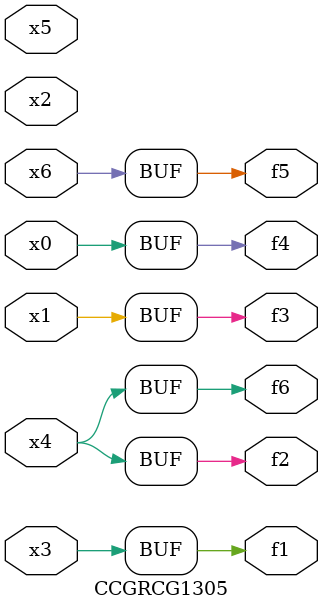
<source format=v>
module CCGRCG1305(
	input x0, x1, x2, x3, x4, x5, x6,
	output f1, f2, f3, f4, f5, f6
);
	assign f1 = x3;
	assign f2 = x4;
	assign f3 = x1;
	assign f4 = x0;
	assign f5 = x6;
	assign f6 = x4;
endmodule

</source>
